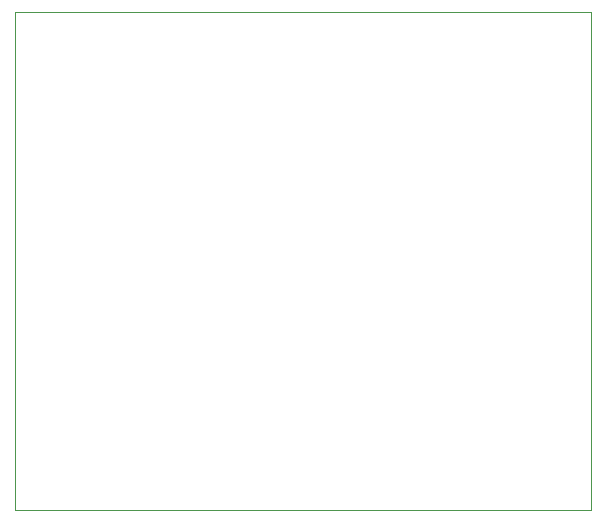
<source format=gm1>
%TF.GenerationSoftware,KiCad,Pcbnew,8.0.4*%
%TF.CreationDate,2024-09-05T11:54:57-04:00*%
%TF.ProjectId,ESP32-RC_R0,45535033-322d-4524-935f-52302e6b6963,0*%
%TF.SameCoordinates,Original*%
%TF.FileFunction,Profile,NP*%
%FSLAX46Y46*%
G04 Gerber Fmt 4.6, Leading zero omitted, Abs format (unit mm)*
G04 Created by KiCad (PCBNEW 8.0.4) date 2024-09-05 11:54:57*
%MOMM*%
%LPD*%
G01*
G04 APERTURE LIST*
%TA.AperFunction,Profile*%
%ADD10C,0.050800*%
%TD*%
G04 APERTURE END LIST*
D10*
X115062000Y-72390000D02*
X163830000Y-72390000D01*
X163830000Y-114554000D01*
X115062000Y-114554000D01*
X115062000Y-72390000D01*
M02*

</source>
